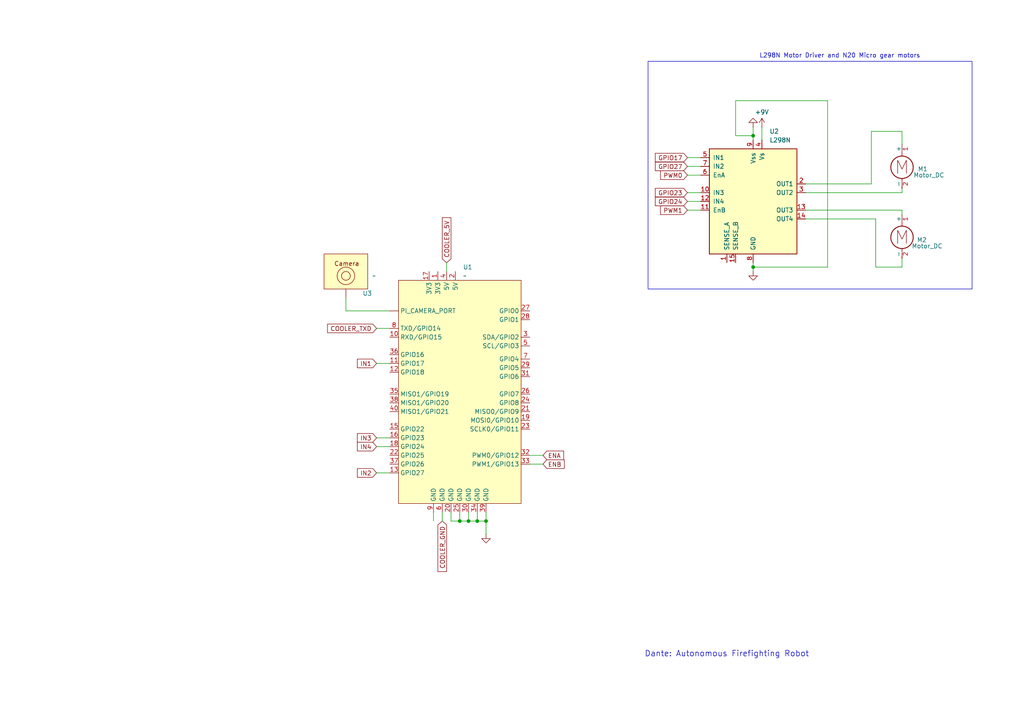
<source format=kicad_sch>
(kicad_sch (version 20231120) (generator "eeschema") (generator_version "8.0")
  (paper "A4")
  (lib_symbols
    (symbol "CarSchematics:Raspberry_Pi_4_Model_B_2019_Quad_Core_64_Bit_WiFi_Bluetooth"
      (property "Reference" "U" (at 27.686 -65.278 0))
      (symbol "Raspberry_Pi_4_Model_B_2019_Quad_Core_64_Bit_WiFi_Bluetooth_1_1"
        (rectangle (start -8.89 0) (end 26.67 -64.77) (fill (type background)))
        (pin bidirectional line (at -11.43 -8.89 0) (length 2.54) (name "PI_CAMERA_PORT") (number ""))
        (pin passive line (at 2.54 2.54 270) (length 2.54) (name "3V3") (number "1"))
        (pin bidirectional line (at -11.43 -16.51 0) (length 2.54) (name "RXD/GPIO15") (number "10"))
        (pin bidirectional line (at -11.43 -24.13 0) (length 2.54) (name "GPIO17") (number "11"))
        (pin bidirectional line (at -11.43 -26.67 0) (length 2.54) (name "GPIO18") (number "12"))
        (pin bidirectional line (at -11.43 -55.88 0) (length 2.54) (name "GPIO27") (number "13"))
        (pin bidirectional line (at -11.43 -43.18 0) (length 2.54) (name "GPIO22") (number "15"))
        (pin bidirectional line (at -11.43 -45.72 0) (length 2.54) (name "GPIO23") (number "16"))
        (pin passive line (at 0 2.54 270) (length 2.54) (name "3V3") (number "17"))
        (pin bidirectional line (at -11.43 -48.26 0) (length 2.54) (name "GPIO24") (number "18"))
        (pin bidirectional line (at 29.21 -40.64 180) (length 2.54) (name "MOSI0/GPIO10") (number "19"))
        (pin output line (at 7.62 2.54 270) (length 2.54) (name "5V") (number "2"))
        (pin passive line (at 6.35 -67.31 90) (length 2.54) (name "GND") (number "20"))
        (pin bidirectional line (at 29.21 -38.1 180) (length 2.54) (name "MISO0/GPIO9") (number "21"))
        (pin bidirectional line (at -11.43 -50.8 0) (length 2.54) (name "GPIO25") (number "22"))
        (pin bidirectional line (at 29.21 -43.18 180) (length 2.54) (name "SCLK0/GPIO11") (number "23"))
        (pin bidirectional line (at 29.21 -35.56 180) (length 2.54) (name "GPIO8") (number "24"))
        (pin passive line (at 8.89 -67.31 90) (length 2.54) (name "GND") (number "25"))
        (pin bidirectional line (at 29.21 -33.02 180) (length 2.54) (name "GPIO7") (number "26"))
        (pin bidirectional line (at 29.21 -8.89 180) (length 2.54) (name "GPIO0") (number "27"))
        (pin bidirectional line (at 29.21 -11.43 180) (length 2.54) (name "GPIO1") (number "28"))
        (pin bidirectional line (at 29.21 -25.4 180) (length 2.54) (name "GPIO5") (number "29"))
        (pin bidirectional line (at 29.21 -16.51 180) (length 2.54) (name "SDA/GPIO2") (number "3"))
        (pin passive line (at 11.43 -67.31 90) (length 2.54) (name "GND") (number "30"))
        (pin bidirectional line (at 29.21 -27.94 180) (length 2.54) (name "GPIO6") (number "31"))
        (pin bidirectional line (at 29.21 -50.8 180) (length 2.54) (name "PWM0/GPIO12") (number "32"))
        (pin bidirectional line (at 29.21 -53.34 180) (length 2.54) (name "PWM1/GPIO13") (number "33"))
        (pin passive line (at 13.97 -67.31 90) (length 2.54) (name "GND") (number "34"))
        (pin bidirectional line (at -11.43 -33.02 0) (length 2.54) (name "MISO1/GPIO19") (number "35"))
        (pin bidirectional line (at -11.43 -21.59 0) (length 2.54) (name "GPIO16") (number "36"))
        (pin bidirectional line (at -11.43 -53.34 0) (length 2.54) (name "GPIO26") (number "37"))
        (pin bidirectional line (at -11.43 -35.56 0) (length 2.54) (name "MISO1/GPIO20") (number "38"))
        (pin passive line (at 16.51 -67.31 90) (length 2.54) (name "GND") (number "39"))
        (pin passive line (at 5.08 2.54 270) (length 2.54) (name "5V") (number "4"))
        (pin bidirectional line (at -11.43 -38.1 0) (length 2.54) (name "MISO1/GPIO21") (number "40"))
        (pin bidirectional line (at 29.21 -19.05 180) (length 2.54) (name "SCL/GPIO3") (number "5"))
        (pin passive line (at 3.81 -67.31 90) (length 2.54) (name "GND") (number "6"))
        (pin bidirectional line (at 29.21 -22.86 180) (length 2.54) (name "GPIO4") (number "7"))
        (pin bidirectional line (at -11.43 -13.97 0) (length 2.54) (name "TXD/GPIO14") (number "8"))
        (pin passive line (at 1.27 -67.31 90) (length 2.54) (name "GND") (number "9"))
      )
    )
    (symbol "CarSchematics:Raspberry_Pi_Camera_V3"
      (property "Reference" "U" (at 14.732 -12.7 0))
      (symbol "Raspberry_Pi_Camera_V3_1_1"
        (rectangle (start 1.27 -1.27) (end 13.97 -11.43) (fill (type background)))
        (circle (center 7.62 -7.62) (radius 1.27))
        (circle (center 7.62 -7.62) (radius 2.54))
        (text "Camera" (at 7.874 -4.064 0) (effects (font (size 1.27 1.27))))
        (pin passive line (at 7.62 -13.97 90) (length 2.54) (name "") (number ""))
      )
    )
    (symbol "Driver_Motor:L298N" (pin_names (offset 1.016))
      (property "Reference" "U" (at -10.16 16.51 0))
      (property "Value" "L298N" (at 12.7 16.51 0))
      (symbol "L298N_0_1"
        (rectangle (start -12.7 15.24) (end 12.7 -15.24) (stroke (width 0.254)) (fill (type background)))
      )
      (symbol "L298N_1_1"
        (pin power_in line (at -7.62 -17.78 90) (length 2.54) (name "SENSE_A") (number "1"))
        (pin input line (at -15.24 2.54 0) (length 2.54) (name "IN3") (number "10"))
        (pin input line (at -15.24 -2.54 0) (length 2.54) (name "EnB") (number "11"))
        (pin input line (at -15.24 0 0) (length 2.54) (name "IN4") (number "12"))
        (pin output line (at 15.24 -2.54 180) (length 2.54) (name "OUT3") (number "13"))
        (pin output line (at 15.24 -5.08 180) (length 2.54) (name "OUT4") (number "14"))
        (pin power_in line (at -5.08 -17.78 90) (length 2.54) (name "SENSE_B") (number "15"))
        (pin output line (at 15.24 5.08 180) (length 2.54) (name "OUT1") (number "2"))
        (pin output line (at 15.24 2.54 180) (length 2.54) (name "OUT2") (number "3"))
        (pin power_in line (at 2.54 17.78 270) (length 2.54) (name "Vs") (number "4"))
        (pin input line (at -15.24 12.7 0) (length 2.54) (name "IN1") (number "5"))
        (pin input line (at -15.24 7.62 0) (length 2.54) (name "EnA") (number "6"))
        (pin input line (at -15.24 10.16 0) (length 2.54) (name "IN2") (number "7"))
        (pin power_in line (at 0 -17.78 90) (length 2.54) (name "GND") (number "8"))
        (pin power_in line (at 0 17.78 270) (length 2.54) (name "Vss") (number "9"))
      )
    )
    (symbol "Motor:Motor_DC" (pin_names (offset 0))
      (property "Reference" "M" (at 2.54 2.54 0))
      (property "Value" "Motor_DC" (at 2.54 -5.08 0))
      (symbol "Motor_DC_0_0"
        (polyline (pts (xy -1.27 -3.302) (xy -1.27 0.508) (xy 0 -2.032) (xy 1.27 0.508) (xy 1.27 -3.302)))
      )
      (symbol "Motor_DC_0_1"
        (circle (center 0 -1.524) (radius 3.2512) (stroke (width 0.254)))
        (polyline (pts (xy 0 -7.62) (xy 0 -7.112)))
        (polyline (pts (xy 0 -4.7752) (xy 0 -5.1816)))
        (polyline (pts (xy 0 1.7272) (xy 0 2.0828)))
        (polyline (pts (xy 0 2.032) (xy 0 2.54)))
      )
      (symbol "Motor_DC_1_1"
        (pin passive line (at 0 5.08 270) (length 2.54) (name "+") (number "1"))
        (pin passive line (at 0 -7.62 90) (length 2.54) (name "-") (number "2"))
      )
    )
    (symbol "power:+9V" (power) (pin_numbers hide) (pin_names (offset 0) hide)
      (property "Value" "+9V" (at 0 3.556 0))
      (symbol "+9V_0_1"
        (polyline (pts (xy -0.762 1.27) (xy 0 2.54)))
        (polyline (pts (xy 0 0) (xy 0 2.54)))
        (polyline (pts (xy 0 2.54) (xy 0.762 1.27)))
      )
      (symbol "+9V_1_1"
        (pin power_in line (at 0 0 90) (length 0) (name "~") (number "1"))
      )
    )
    (symbol "power:GND" (power) (pin_numbers hide) (pin_names (offset 0) hide)
      (property "Value" "GND" (at 0 -3.81 0))
      (symbol "GND_0_1"
        (polyline (pts (xy 0 0) (xy 0 -1.27) (xy 1.27 -1.27) (xy 0 -2.54) (xy -1.27 -1.27) (xy 0 -1.27)))
      )
      (symbol "GND_1_1"
        (pin power_in line (at 0 0 270) (length 0) (name "~") (number "1"))
      )
    )
  )
  (junction (at 218.44 39.37))
  (junction (at 135.89 151.13))
  (junction (at 133.35 151.13))
  (junction (at 218.44 77.47))
  (junction (at 138.43 151.13))
  (junction (at 140.97 151.13))
  (wire (pts (xy 109.22 95.25) (xy 113.03 95.25)))
  (wire (pts (xy 133.35 148.59) (xy 133.35 151.13)))
  (wire (pts (xy 135.89 151.13) (xy 138.43 151.13)))
  (wire (pts (xy 233.68 63.5) (xy 254 63.5)))
  (wire (pts (xy 218.44 39.37) (xy 218.44 40.64)))
  (wire (pts (xy 199.39 55.88) (xy 203.2 55.88)))
  (wire (pts (xy 130.81 151.13) (xy 133.35 151.13)))
  (wire (pts (xy 199.39 60.96) (xy 203.2 60.96)))
  (wire (pts (xy 261.62 38.1) (xy 261.62 41.91)))
  (wire (pts (xy 109.22 137.16) (xy 113.03 137.16)))
  (wire (pts (xy 135.89 148.59) (xy 135.89 151.13)))
  (wire (pts (xy 130.81 148.59) (xy 130.81 151.13)))
  (wire (pts (xy 109.22 105.41) (xy 113.03 105.41)))
  (wire (pts (xy 138.43 148.59) (xy 138.43 151.13)))
  (wire (pts (xy 233.68 53.34) (xy 252.73 53.34)))
  (wire (pts (xy 133.35 151.13) (xy 135.89 151.13)))
  (wire (pts (xy 213.36 39.37) (xy 213.36 29.21)))
  (wire (pts (xy 218.44 77.47) (xy 218.44 78.74)))
  (wire (pts (xy 153.67 132.08) (xy 157.48 132.08)))
  (wire (pts (xy 261.62 74.93) (xy 261.62 77.47)))
  (wire (pts (xy 252.73 53.34) (xy 252.73 38.1)))
  (wire (pts (xy 220.98 36.83) (xy 220.98 40.64)))
  (wire (pts (xy 199.39 58.42) (xy 203.2 58.42)))
  (wire (pts (xy 100.33 90.17) (xy 113.03 90.17)))
  (wire (pts (xy 213.36 29.21) (xy 240.03 29.21)))
  (wire (pts (xy 240.03 77.47) (xy 218.44 77.47)))
  (wire (pts (xy 199.39 48.26) (xy 203.2 48.26)))
  (wire (pts (xy 218.44 36.83) (xy 218.44 39.37)))
  (wire (pts (xy 233.68 60.96) (xy 261.62 60.96)))
  (wire (pts (xy 233.68 55.88) (xy 261.62 55.88)))
  (wire (pts (xy 254 63.5) (xy 254 77.47)))
  (wire (pts (xy 100.33 86.36) (xy 100.33 90.17)))
  (wire (pts (xy 153.67 134.62) (xy 157.48 134.62)))
  (wire (pts (xy 218.44 39.37) (xy 213.36 39.37)))
  (wire (pts (xy 109.22 129.54) (xy 113.03 129.54)))
  (wire (pts (xy 240.03 29.21) (xy 240.03 77.47)))
  (wire (pts (xy 138.43 151.13) (xy 140.97 151.13)))
  (wire (pts (xy 128.27 148.59) (xy 128.27 151.13)))
  (wire (pts (xy 199.39 50.8) (xy 203.2 50.8)))
  (wire (pts (xy 254 77.47) (xy 261.62 77.47)))
  (wire (pts (xy 140.97 151.13) (xy 140.97 154.94)))
  (wire (pts (xy 261.62 55.88) (xy 261.62 54.61)))
  (wire (pts (xy 125.73 148.59) (xy 125.73 151.13)))
  (wire (pts (xy 218.44 76.2) (xy 218.44 77.47)))
  (wire (pts (xy 129.54 76.2) (xy 129.54 78.74)))
  (wire (pts (xy 252.73 38.1) (xy 261.62 38.1)))
  (wire (pts (xy 109.22 127) (xy 113.03 127)))
  (wire (pts (xy 199.39 45.72) (xy 203.2 45.72)))
  (wire (pts (xy 261.62 60.96) (xy 261.62 62.23)))
  (wire (pts (xy 140.97 148.59) (xy 140.97 151.13)))
  (rectangle (start 187.96 17.78) (end 281.94 83.82))
  (text "L298N Motor Driver and N20 Micro gear motors\n" (at 243.586 16.256 0) (effects (font (size 1.27 1.27))))
  (text "Dante: Autonomous Firefighting Robot" (at 210.82 189.738 0) (effects (font (size 1.651 1.651))))
  (global_label "GPIO23" (shape input) (at 199.39 55.88 180) (property "Intersheetrefs" "${INTERSHEET_REFS}" (effects (hide yes))))
  (global_label "PWM0" (shape input) (at 199.39 50.8 180) (property "Intersheetrefs" "${INTERSHEET_REFS}" (effects (hide yes))))
  (global_label "ENA" (shape input) (at 157.48 132.08 0) (property "Intersheetrefs" "${INTERSHEET_REFS}" (effects (hide yes))))
  (global_label "COOLER_TXD" (shape input) (at 109.22 95.25 180) (property "Intersheetrefs" "${INTERSHEET_REFS}" (effects (hide yes))))
  (global_label "IN4" (shape input) (at 109.22 129.54 180) (property "Intersheetrefs" "${INTERSHEET_REFS}" (effects (hide yes))))
  (global_label "COOLER_GND" (shape input) (at 128.27 151.13 270) (property "Intersheetrefs" "${INTERSHEET_REFS}" (effects (hide yes))))
  (global_label "ENB" (shape input) (at 157.48 134.62 0) (property "Intersheetrefs" "${INTERSHEET_REFS}" (effects (hide yes))))
  (global_label "PWM1" (shape input) (at 199.39 60.96 180) (property "Intersheetrefs" "${INTERSHEET_REFS}" (effects (hide yes))))
  (global_label "IN2" (shape input) (at 109.22 137.16 180) (property "Intersheetrefs" "${INTERSHEET_REFS}" (effects (hide yes))))
  (global_label "GPIO27" (shape input) (at 199.39 48.26 180) (property "Intersheetrefs" "${INTERSHEET_REFS}" (effects (hide yes))))
  (global_label "COOLER_5V" (shape input) (at 129.54 76.2 90) (property "Intersheetrefs" "${INTERSHEET_REFS}" (effects (hide yes))))
  (global_label "IN1" (shape input) (at 109.22 105.41 180) (property "Intersheetrefs" "${INTERSHEET_REFS}" (effects (hide yes))))
  (global_label "GPIO17" (shape input) (at 199.39 45.72 180) (property "Intersheetrefs" "${INTERSHEET_REFS}" (effects (hide yes))))
  (global_label "GPIO24" (shape input) (at 199.39 58.42 180) (property "Intersheetrefs" "${INTERSHEET_REFS}" (effects (hide yes))))
  (global_label "IN3" (shape input) (at 109.22 127 180) (property "Intersheetrefs" "${INTERSHEET_REFS}" (effects (hide yes))))
  (symbol (lib_id "Driver_Motor:L298N") (at 218.44 58.42 0) (unit 1)
    (property "Reference" "U2" (at 223.1741 38.1 0) (effects (justify left)))
    (property "Value" "L298N" (at 223.1741 40.64 0) (effects (justify left)))
    (property "Footprint" "Package_TO_SOT_THT:TO-220-15_P2.54x2.54mm_StaggerOdd_Lead4.58mm_Vertical" (effects (hide yes)))
    (property "Datasheet" "http://www.st.com/st-web-ui/static/active/en/resource/technical/document/datasheet/CD00000240.pdf" (effects (hide yes)))
    (property "Description" "Dual full bridge motor driver, up to 46V, 4A, Multiwatt15-V" (effects (hide yes)))
  )
  (symbol (lib_id "power:GND") (at 140.97 154.94 0) (unit 1)
    (property "Reference" "#PWR04" (effects (hide yes)))
    (property "Value" "GND" (effects (hide yes)))
    (property "Description" "Power symbol creates a global label with name \"GND\" , ground" (effects (hide yes)))
  )
  (symbol (lib_id "power:GND") (at 218.44 78.74 0) (unit 1)
    (property "Reference" "#PWR01" (effects (hide yes)))
    (property "Value" "GND" (effects (hide yes)))
    (property "Description" "Power symbol creates a global label with name \"GND\" , ground" (effects (hide yes)))
  )
  (symbol (lib_id "Motor:Motor_DC") (at 261.62 46.99 0) (unit 1)
    (property "Reference" "M1" (at 266.192 49.022 0) (effects (justify left)))
    (property "Value" "Motor_DC" (at 264.922 50.8 0) (effects (justify left)))
    (property "Description" "DC Motor" (effects (hide yes)))
  )
  (symbol (lib_id "CarSchematics:Raspberry_Pi_Camera_V3") (at 92.71 72.39 0) (unit 1)
    (property "Reference" "U3" (at 105.156 85.09 0) (effects (justify left)))
    (property "Value" "~" (at 107.95 80.01 0) (effects (justify left)))
  )
  (symbol (lib_id "Motor:Motor_DC") (at 261.62 67.31 0) (unit 1)
    (property "Reference" "M2" (at 265.938 69.596 0) (effects (justify left)))
    (property "Value" "Motor_DC" (at 264.414 71.374 0) (effects (justify left)))
    (property "Description" "DC Motor" (effects (hide yes)))
  )
  (symbol (lib_id "power:GND") (at 218.44 36.83 180) (unit 1)
    (property "Reference" "#PWR03" (effects (hide yes)))
    (property "Value" "GND" (effects (hide yes)))
    (property "Description" "Power symbol creates a global label with name \"GND\" , ground" (effects (hide yes)))
  )
  (symbol (lib_id "power:+9V") (at 220.98 36.83 0) (unit 1)
    (property "Reference" "#PWR02" (effects (hide yes)))
    (property "Value" "+9V" (at 220.98 32.512 0))
    (property "Description" "Power symbol creates a global label with name \"+9V\"" (effects (hide yes)))
  )
  (symbol (lib_id "CarSchematics:Raspberry_Pi_4_Model_B_2019_Quad_Core_64_Bit_WiFi_Bluetooth") (at 124.46 81.28 0) (unit 1)
    (property "Reference" "U1" (at 134.2741 77.47 0) (effects (justify left)))
    (property "Value" "~" (at 134.2741 80.01 0) (effects (justify left)))
  )
)
</source>
